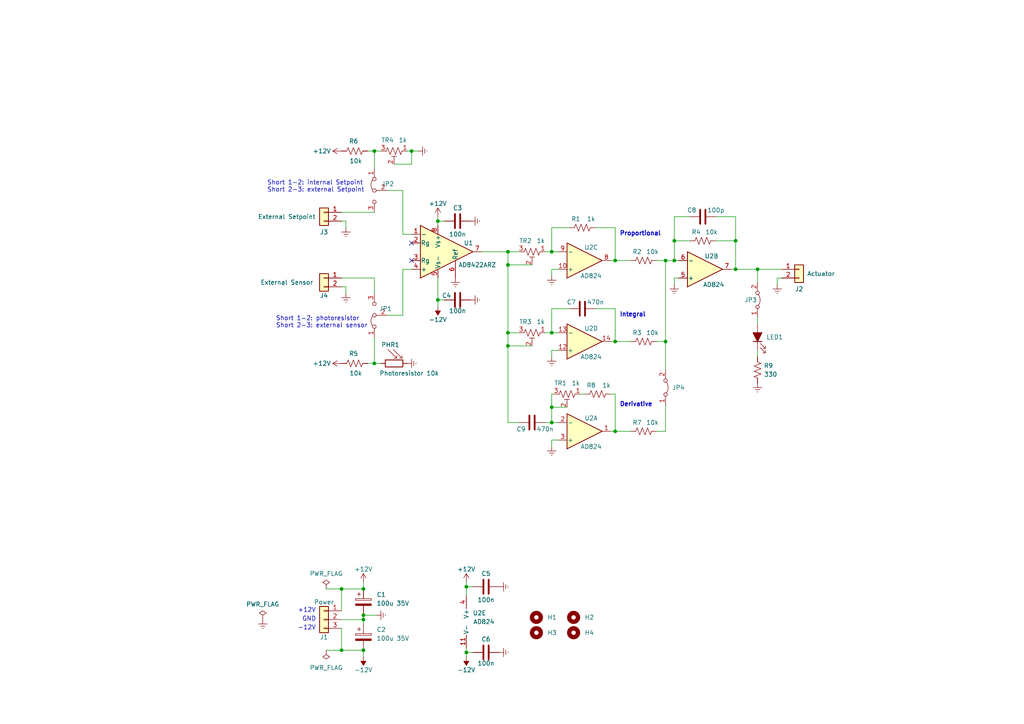
<source format=kicad_sch>
(kicad_sch (version 20230121) (generator eeschema)
  (paper "A4")
  (title_block (title "PI Analog Controller") (date "2024-02-15") (rev "1.0") (company "The ELCIRC 2024's Dream team"))
  (lib_symbols
    (symbol "Amplifier_Instrumentation:AD8422ARZ" (pin_names (offset 0.127))
      (property "Reference" "U" (at 3.556 7.366 0))
      (property "Value" "AD8422ARZ" (at 7.366 5.334 0))
      (symbol "AD8422ARZ_0_1"
        (polyline (pts (xy -5.08 7.62) (xy -5.08 -7.62) (xy 10.16 0) (xy -5.08 7.62)) (stroke (width 0.254)) (fill (type background)))
      )
      (symbol "AD8422ARZ_1_1"
        (pin input line (at -7.62 5.08 0) (length 2.54) (name "-") (number "1"))
        (pin passive line (at -7.62 2.54 0) (length 2.54) (name "Rg") (number "2"))
        (pin passive line (at -7.62 -2.54 0) (length 2.54) (name "Rg") (number "3"))
        (pin input line (at -7.62 -5.08 0) (length 2.54) (name "+") (number "4"))
        (pin power_in line (at 0 -7.62 90) (length 2.54) (name "Vs-") (number "5"))
        (pin passive line (at 5.08 -7.62 90) (length 5.08) (name "Ref") (number "6"))
        (pin output line (at 12.7 0 180) (length 2.54) (name "~") (number "7"))
        (pin power_in line (at 0 7.62 270) (length 2.54) (name "Vs+") (number "8"))
      )
    )
    (symbol "Amplifier_Operational:LM324" (pin_names (offset 0.127))
      (property "Reference" "U" (at 0 5.08 0))
      (property "Value" "LM324" (at 0 -5.08 0))
      (symbol "LM324_1_1"
        (polyline (pts (xy -5.08 5.08) (xy 5.08 0) (xy -5.08 -5.08) (xy -5.08 5.08)) (stroke (width 0.254)) (fill (type background)))
        (pin output line (at 7.62 0 180) (length 2.54) (name "~") (number "1"))
        (pin input line (at -7.62 -2.54 0) (length 2.54) (name "-") (number "2"))
        (pin input line (at -7.62 2.54 0) (length 2.54) (name "+") (number "3"))
      )
      (symbol "LM324_2_1"
        (polyline (pts (xy -5.08 5.08) (xy 5.08 0) (xy -5.08 -5.08) (xy -5.08 5.08)) (stroke (width 0.254)) (fill (type background)))
        (pin input line (at -7.62 2.54 0) (length 2.54) (name "+") (number "5"))
        (pin input line (at -7.62 -2.54 0) (length 2.54) (name "-") (number "6"))
        (pin output line (at 7.62 0 180) (length 2.54) (name "~") (number "7"))
      )
      (symbol "LM324_3_1"
        (polyline (pts (xy -5.08 5.08) (xy 5.08 0) (xy -5.08 -5.08) (xy -5.08 5.08)) (stroke (width 0.254)) (fill (type background)))
        (pin input line (at -7.62 2.54 0) (length 2.54) (name "+") (number "10"))
        (pin output line (at 7.62 0 180) (length 2.54) (name "~") (number "8"))
        (pin input line (at -7.62 -2.54 0) (length 2.54) (name "-") (number "9"))
      )
      (symbol "LM324_4_1"
        (polyline (pts (xy -5.08 5.08) (xy 5.08 0) (xy -5.08 -5.08) (xy -5.08 5.08)) (stroke (width 0.254)) (fill (type background)))
        (pin input line (at -7.62 2.54 0) (length 2.54) (name "+") (number "12"))
        (pin input line (at -7.62 -2.54 0) (length 2.54) (name "-") (number "13"))
        (pin output line (at 7.62 0 180) (length 2.54) (name "~") (number "14"))
      )
      (symbol "LM324_5_1"
        (pin power_in line (at -2.54 -7.62 90) (length 3.81) (name "V-") (number "11"))
        (pin power_in line (at -2.54 7.62 270) (length 3.81) (name "V+") (number "4"))
      )
    )
    (symbol "Connector_Generic:Conn_01x02" (pin_names (offset 1.016) hide)
      (property "Reference" "J" (at 0 2.54 0))
      (property "Value" "Conn_01x02" (at 0 -5.08 0))
      (symbol "Conn_01x02_1_1"
        (rectangle (start -1.27 -2.413) (end 0 -2.667) (stroke (width 0.1524)))
        (rectangle (start -1.27 0.127) (end 0 -0.127) (stroke (width 0.1524)))
        (rectangle (start -1.27 1.27) (end 1.27 -3.81) (stroke (width 0.254)) (fill (type background)))
        (pin passive line (at -5.08 0 0) (length 3.81) (name "Pin_1") (number "1"))
        (pin passive line (at -5.08 -2.54 0) (length 3.81) (name "Pin_2") (number "2"))
      )
    )
    (symbol "Connector_Generic:Conn_01x03" (pin_names (offset 1.016) hide)
      (property "Reference" "J" (at 0 5.08 0))
      (property "Value" "Conn_01x03" (at 0 -5.08 0))
      (symbol "Conn_01x03_1_1"
        (rectangle (start -1.27 -2.413) (end 0 -2.667) (stroke (width 0.1524)))
        (rectangle (start -1.27 0.127) (end 0 -0.127) (stroke (width 0.1524)))
        (rectangle (start -1.27 2.667) (end 0 2.413) (stroke (width 0.1524)))
        (rectangle (start -1.27 3.81) (end 1.27 -3.81) (stroke (width 0.254)) (fill (type background)))
        (pin passive line (at -5.08 2.54 0) (length 3.81) (name "Pin_1") (number "1"))
        (pin passive line (at -5.08 0 0) (length 3.81) (name "Pin_2") (number "2"))
        (pin passive line (at -5.08 -2.54 0) (length 3.81) (name "Pin_3") (number "3"))
      )
    )
    (symbol "Device:C" (pin_numbers hide) (pin_names (offset 0.254))
      (property "Reference" "C" (at 0.635 2.54 0))
      (property "Value" "C" (at 0.635 -2.54 0))
      (symbol "C_0_1"
        (polyline (pts (xy -2.032 -0.762) (xy 2.032 -0.762)) (stroke (width 0.508)))
        (polyline (pts (xy -2.032 0.762) (xy 2.032 0.762)) (stroke (width 0.508)))
      )
      (symbol "C_1_1"
        (pin passive line (at 0 3.81 270) (length 2.794) (name "~") (number "1"))
        (pin passive line (at 0 -3.81 90) (length 2.794) (name "~") (number "2"))
      )
    )
    (symbol "Device:C_Polarized" (pin_numbers hide) (pin_names (offset 0.254))
      (property "Reference" "C" (at 0.635 2.54 0))
      (property "Value" "C_Polarized" (at 0.635 -2.54 0))
      (symbol "C_Polarized_0_1"
        (rectangle (start -2.286 0.508) (end 2.286 1.016))
        (polyline (pts (xy -1.778 2.286) (xy -0.762 2.286)))
        (polyline (pts (xy -1.27 2.794) (xy -1.27 1.778)))
        (rectangle (start 2.286 -0.508) (end -2.286 -1.016) (fill (type outline)))
      )
      (symbol "C_Polarized_1_1"
        (pin passive line (at 0 3.81 270) (length 2.794) (name "~") (number "1"))
        (pin passive line (at 0 -3.81 90) (length 2.794) (name "~") (number "2"))
      )
    )
    (symbol "Device:LED_Filled" (pin_numbers hide) (pin_names (offset 1.016) hide)
      (property "Reference" "D" (at 0 2.54 0))
      (property "Value" "LED_Filled" (at 0 -2.54 0))
      (symbol "LED_Filled_0_1"
        (polyline (pts (xy -1.27 -1.27) (xy -1.27 1.27)) (stroke (width 0.254)))
        (polyline (pts (xy -1.27 0) (xy 1.27 0)))
        (polyline (pts (xy 1.27 -1.27) (xy 1.27 1.27) (xy -1.27 0) (xy 1.27 -1.27)) (stroke (width 0.254)) (fill (type outline)))
        (polyline (pts (xy -3.048 -0.762) (xy -4.572 -2.286) (xy -3.81 -2.286) (xy -4.572 -2.286) (xy -4.572 -1.524)))
        (polyline (pts (xy -1.778 -0.762) (xy -3.302 -2.286) (xy -2.54 -2.286) (xy -3.302 -2.286) (xy -3.302 -1.524)))
      )
      (symbol "LED_Filled_1_1"
        (pin passive line (at -3.81 0 0) (length 2.54) (name "K") (number "1"))
        (pin passive line (at 3.81 0 180) (length 2.54) (name "A") (number "2"))
      )
    )
    (symbol "Device:R_Photo" (pin_numbers hide) (pin_names (offset 0))
      (property "Reference" "R" (at 1.27 1.27 0))
      (property "Value" "R_Photo" (at 1.27 0 0))
      (symbol "R_Photo_0_1"
        (rectangle (start -1.016 2.54) (end 1.016 -2.54) (stroke (width 0.254)))
        (polyline (pts (xy -1.524 -2.286) (xy -4.064 0.254)))
        (polyline (pts (xy -1.524 -2.286) (xy -2.286 -2.286)))
        (polyline (pts (xy -1.524 -2.286) (xy -1.524 -1.524)))
        (polyline (pts (xy -1.524 -0.762) (xy -4.064 1.778)))
        (polyline (pts (xy -1.524 -0.762) (xy -2.286 -0.762)))
        (polyline (pts (xy -1.524 -0.762) (xy -1.524 0)))
      )
      (symbol "R_Photo_1_1"
        (pin passive line (at 0 3.81 270) (length 1.27) (name "~") (number "1"))
        (pin passive line (at 0 -3.81 90) (length 1.27) (name "~") (number "2"))
      )
    )
    (symbol "Device:R_Potentiometer_Trim_US" (pin_names (offset 1.016) hide)
      (property "Reference" "RV" (at -4.445 0 90))
      (property "Value" "R_Potentiometer_Trim_US" (at -2.54 0 90))
      (symbol "R_Potentiometer_Trim_US_0_1"
        (polyline (pts (xy 0 -2.286) (xy 0 -2.54)))
        (polyline (pts (xy 0 2.286) (xy 0 2.54)))
        (polyline (pts (xy 1.524 0.762) (xy 1.524 -0.762)))
        (polyline (pts (xy 2.54 0) (xy 1.524 0)))
        (polyline (pts (xy 0 -0.762) (xy 1.016 -1.143) (xy 0 -1.524) (xy -1.016 -1.905) (xy 0 -2.286)))
        (polyline (pts (xy 0 0.762) (xy 1.016 0.381) (xy 0 0) (xy -1.016 -0.381) (xy 0 -0.762)))
        (polyline (pts (xy 0 2.286) (xy 1.016 1.905) (xy 0 1.524) (xy -1.016 1.143) (xy 0 0.762)))
      )
      (symbol "R_Potentiometer_Trim_US_1_1"
        (pin passive line (at 0 3.81 270) (length 1.27) (name "1") (number "1"))
        (pin passive line (at 3.81 0 180) (length 1.27) (name "2") (number "2"))
        (pin passive line (at 0 -3.81 90) (length 1.27) (name "3") (number "3"))
      )
    )
    (symbol "Device:R_US" (pin_numbers hide) (pin_names (offset 0))
      (property "Reference" "R" (at 2.54 0 90))
      (property "Value" "R_US" (at -2.54 0 90))
      (symbol "R_US_0_1"
        (polyline (pts (xy 0 -2.286) (xy 0 -2.54)))
        (polyline (pts (xy 0 2.286) (xy 0 2.54)))
        (polyline (pts (xy 0 -0.762) (xy 1.016 -1.143) (xy 0 -1.524) (xy -1.016 -1.905) (xy 0 -2.286)))
        (polyline (pts (xy 0 0.762) (xy 1.016 0.381) (xy 0 0) (xy -1.016 -0.381) (xy 0 -0.762)))
        (polyline (pts (xy 0 2.286) (xy 1.016 1.905) (xy 0 1.524) (xy -1.016 1.143) (xy 0 0.762)))
      )
      (symbol "R_US_1_1"
        (pin passive line (at 0 3.81 270) (length 1.27) (name "~") (number "1"))
        (pin passive line (at 0 -3.81 90) (length 1.27) (name "~") (number "2"))
      )
    )
    (symbol "Jumper:Jumper_2_Bridged" (pin_names (offset 0) hide)
      (property "Reference" "JP" (at 0 1.905 0))
      (property "Value" "Jumper_2_Bridged" (at 0 -2.54 0))
      (symbol "Jumper_2_Bridged_0_0"
        (circle (center -2.032 0) (radius 0.508))
        (circle (center 2.032 0) (radius 0.508))
      )
      (symbol "Jumper_2_Bridged_0_1"
        (arc (start 1.524 0.254) (mid 0 0.762) (end -1.524 0.254))
      )
      (symbol "Jumper_2_Bridged_1_1"
        (pin passive line (at -5.08 0 0) (length 2.54) (name "A") (number "1"))
        (pin passive line (at 5.08 0 180) (length 2.54) (name "B") (number "2"))
      )
    )
    (symbol "Jumper:Jumper_3_Bridged12" (pin_names (offset 0) hide)
      (property "Reference" "JP" (at -2.54 -2.54 0))
      (property "Value" "Jumper_3_Bridged12" (at 0 2.794 0))
      (symbol "Jumper_3_Bridged12_0_0"
        (circle (center -3.302 0) (radius 0.508))
        (circle (center 0 0) (radius 0.508))
        (circle (center 3.302 0) (radius 0.508))
      )
      (symbol "Jumper_3_Bridged12_0_1"
        (arc (start -0.254 0.508) (mid -1.651 0.9912) (end -3.048 0.508))
        (polyline (pts (xy 0 -1.27) (xy 0 -0.508)))
      )
      (symbol "Jumper_3_Bridged12_1_1"
        (pin passive line (at -6.35 0 0) (length 2.54) (name "A") (number "1"))
        (pin passive line (at 0 -3.81 90) (length 2.54) (name "C") (number "2"))
        (pin passive line (at 6.35 0 180) (length 2.54) (name "B") (number "3"))
      )
    )
    (symbol "Mechanical:MountingHole" (pin_names (offset 1.016))
      (property "Reference" "H" (at 0 5.08 0))
      (property "Value" "MountingHole" (at 0 3.175 0))
      (symbol "MountingHole_0_1"
        (circle (center 0 0) (radius 1.27) (stroke (width 1.27)))
      )
    )
    (symbol "power:+12V" (power) (pin_names (offset 0))
      (property "Value" "+12V" (at 0 3.556 0))
      (symbol "+12V_0_1"
        (polyline (pts (xy -0.762 1.27) (xy 0 2.54)))
        (polyline (pts (xy 0 0) (xy 0 2.54)))
        (polyline (pts (xy 0 2.54) (xy 0.762 1.27)))
      )
      (symbol "+12V_1_1"
        (pin power_in line (at 0 0 90) (length 0) hide (name "+12V") (number "1"))
      )
    )
    (symbol "power:-12V" (power) (pin_names (offset 0))
      (property "Value" "-12V" (at 0 3.81 0))
      (symbol "-12V_0_0"
        (pin power_in line (at 0 0 90) (length 0) hide (name "-12V") (number "1"))
      )
      (symbol "-12V_0_1"
        (polyline (pts (xy 0 0) (xy 0 1.27) (xy 0.762 1.27) (xy 0 2.54) (xy -0.762 1.27) (xy 0 1.27)) (fill (type outline)))
      )
    )
    (symbol "power:GNDREF" (power) (pin_names (offset 0))
      (property "Value" "GNDREF" (at 0 -3.81 0))
      (symbol "GNDREF_0_1"
        (polyline (pts (xy -0.635 -1.905) (xy 0.635 -1.905)))
        (polyline (pts (xy -0.127 -2.54) (xy 0.127 -2.54)))
        (polyline (pts (xy 0 -1.27) (xy 0 0)))
        (polyline (pts (xy 1.27 -1.27) (xy -1.27 -1.27)))
      )
      (symbol "GNDREF_1_1"
        (pin power_in line (at 0 0 270) (length 0) hide (name "GNDREF") (number "1"))
      )
    )
    (symbol "power:PWR_FLAG" (power) (pin_numbers hide) (pin_names (offset 0) hide)
      (property "Value" "PWR_FLAG" (at 0 3.81 0))
      (symbol "PWR_FLAG_0_0"
        (pin power_out line (at 0 0 90) (length 0) (name "pwr") (number "1"))
      )
      (symbol "PWR_FLAG_0_1"
        (polyline (pts (xy 0 0) (xy 0 1.27) (xy -1.016 1.905) (xy 0 2.54) (xy 1.016 1.905) (xy 0 1.27)))
      )
    )
  )
  (junction (at 160.02 122.555))
  (junction (at 99.06 170.815))
  (junction (at 160.02 96.52))
  (junction (at 147.32 100.33))
  (junction (at 160.02 73.025))
  (junction (at 195.58 75.565))
  (junction (at 105.41 179.705))
  (junction (at 178.435 99.06))
  (junction (at 135.255 189.23))
  (junction (at 213.36 78.105))
  (junction (at 147.32 96.52))
  (junction (at 99.06 188.595))
  (junction (at 193.04 75.565))
  (junction (at 147.32 76.835))
  (junction (at 178.435 75.565))
  (junction (at 108.585 43.815))
  (junction (at 135.255 170.18))
  (junction (at 178.435 125.095))
  (junction (at 147.32 73.025))
  (junction (at 105.41 178.435))
  (junction (at 193.04 99.06))
  (junction (at 105.41 170.815))
  (junction (at 195.58 69.85))
  (junction (at 105.41 188.595))
  (junction (at 160.02 118.11))
  (junction (at 213.36 69.85))
  (junction (at 127 86.995))
  (junction (at 127 64.135))
  (junction (at 219.71 78.105))
  (junction (at 119.38 43.815))
  (junction (at 108.585 105.41))
  (no_connect (at 119.38 70.485))
  (no_connect (at 119.38 75.565))
  (wire (pts (xy 119.38 43.815) (xy 121.285 43.815)))
  (wire (pts (xy 160.02 118.11) (xy 164.465 118.11)))
  (wire (pts (xy 105.41 179.705) (xy 105.41 178.435)))
  (wire (pts (xy 177.165 114.3) (xy 178.435 114.3)))
  (wire (pts (xy 154.305 100.33) (xy 147.32 100.33)))
  (wire (pts (xy 160.02 89.535) (xy 160.02 96.52)))
  (wire (pts (xy 119.38 43.815) (xy 118.11 43.815)))
  (wire (pts (xy 160.02 118.11) (xy 160.02 122.555)))
  (wire (pts (xy 94.615 170.815) (xy 99.06 170.815)))
  (wire (pts (xy 178.435 89.535) (xy 178.435 99.06)))
  (wire (pts (xy 105.41 178.435) (xy 109.22 178.435)))
  (wire (pts (xy 161.925 78.105) (xy 160.02 78.105)))
  (wire (pts (xy 213.36 62.865) (xy 213.36 69.85)))
  (wire (pts (xy 147.32 100.33) (xy 147.32 96.52)))
  (wire (pts (xy 213.36 69.85) (xy 213.36 78.105)))
  (wire (pts (xy 150.495 73.025) (xy 147.32 73.025)))
  (wire (pts (xy 193.04 75.565) (xy 193.04 99.06)))
  (wire (pts (xy 119.38 78.105) (xy 116.84 78.105)))
  (wire (pts (xy 178.435 125.095) (xy 182.88 125.095)))
  (wire (pts (xy 99.06 64.135) (xy 100.33 64.135)))
  (wire (pts (xy 165.1 66.04) (xy 160.02 66.04)))
  (wire (pts (xy 160.02 114.3) (xy 160.655 114.3)))
  (wire (pts (xy 200.025 62.865) (xy 195.58 62.865)))
  (wire (pts (xy 195.58 69.85) (xy 195.58 75.565)))
  (wire (pts (xy 219.71 78.105) (xy 219.71 81.915)))
  (wire (pts (xy 116.84 78.105) (xy 116.84 91.44)))
  (wire (pts (xy 108.585 80.645) (xy 108.585 85.09)))
  (wire (pts (xy 99.06 83.185) (xy 100.33 83.185)))
  (wire (pts (xy 207.645 69.85) (xy 213.36 69.85)))
  (wire (pts (xy 106.68 105.41) (xy 108.585 105.41)))
  (wire (pts (xy 135.255 170.18) (xy 135.255 172.72)))
  (wire (pts (xy 135.255 170.18) (xy 137.16 170.18)))
  (wire (pts (xy 195.58 75.565) (xy 196.85 75.565)))
  (wire (pts (xy 106.68 43.815) (xy 108.585 43.815)))
  (wire (pts (xy 219.71 101.6) (xy 219.71 103.505)))
  (wire (pts (xy 99.06 179.705) (xy 105.41 179.705)))
  (wire (pts (xy 193.04 75.565) (xy 195.58 75.565)))
  (wire (pts (xy 108.585 43.815) (xy 108.585 48.895)))
  (wire (pts (xy 219.71 78.105) (xy 226.695 78.105)))
  (wire (pts (xy 213.36 78.105) (xy 219.71 78.105)))
  (wire (pts (xy 127 86.995) (xy 127 88.9)))
  (wire (pts (xy 160.02 122.555) (xy 161.925 122.555)))
  (wire (pts (xy 168.275 114.3) (xy 169.545 114.3)))
  (wire (pts (xy 147.32 73.025) (xy 147.32 76.835)))
  (wire (pts (xy 150.495 122.555) (xy 147.32 122.555)))
  (wire (pts (xy 178.435 99.06) (xy 182.88 99.06)))
  (wire (pts (xy 99.06 61.595) (xy 108.585 61.595)))
  (wire (pts (xy 207.645 62.865) (xy 213.36 62.865)))
  (wire (pts (xy 161.925 127.635) (xy 160.02 127.635)))
  (wire (pts (xy 200.025 69.85) (xy 195.58 69.85)))
  (wire (pts (xy 105.41 190.5) (xy 105.41 188.595)))
  (wire (pts (xy 160.02 73.025) (xy 161.925 73.025)))
  (wire (pts (xy 160.02 66.04) (xy 160.02 73.025)))
  (wire (pts (xy 105.41 168.91) (xy 105.41 170.815)))
  (wire (pts (xy 127 62.865) (xy 127 64.135)))
  (wire (pts (xy 190.5 75.565) (xy 193.04 75.565)))
  (wire (pts (xy 127 64.135) (xy 127 65.405)))
  (wire (pts (xy 193.04 99.06) (xy 190.5 99.06)))
  (wire (pts (xy 135.255 187.96) (xy 135.255 189.23)))
  (wire (pts (xy 158.115 122.555) (xy 160.02 122.555)))
  (wire (pts (xy 147.32 76.835) (xy 147.32 96.52)))
  (wire (pts (xy 172.72 89.535) (xy 178.435 89.535)))
  (wire (pts (xy 196.85 80.645) (xy 195.58 80.645)))
  (wire (pts (xy 160.02 96.52) (xy 161.925 96.52)))
  (wire (pts (xy 99.06 188.595) (xy 105.41 188.595)))
  (wire (pts (xy 178.435 99.06) (xy 177.165 99.06)))
  (wire (pts (xy 178.435 114.3) (xy 178.435 125.095)))
  (wire (pts (xy 178.435 66.04) (xy 178.435 75.565)))
  (wire (pts (xy 135.255 168.91) (xy 135.255 170.18)))
  (wire (pts (xy 100.33 64.135) (xy 100.33 66.04)))
  (wire (pts (xy 160.02 127.635) (xy 160.02 129.54)))
  (wire (pts (xy 225.425 80.645) (xy 225.425 82.55)))
  (wire (pts (xy 108.585 105.41) (xy 110.49 105.41)))
  (wire (pts (xy 100.33 83.185) (xy 100.33 85.09)))
  (wire (pts (xy 193.04 99.06) (xy 193.04 107.315)))
  (wire (pts (xy 177.165 75.565) (xy 178.435 75.565)))
  (wire (pts (xy 119.38 67.945) (xy 116.84 67.945)))
  (wire (pts (xy 160.02 78.105) (xy 160.02 80.01)))
  (wire (pts (xy 160.02 101.6) (xy 160.02 103.505)))
  (wire (pts (xy 114.3 47.625) (xy 119.38 47.625)))
  (wire (pts (xy 172.72 66.04) (xy 178.435 66.04)))
  (wire (pts (xy 127 64.135) (xy 128.905 64.135)))
  (wire (pts (xy 193.04 117.475) (xy 193.04 125.095)))
  (wire (pts (xy 160.02 114.3) (xy 160.02 118.11)))
  (wire (pts (xy 158.115 73.025) (xy 160.02 73.025)))
  (wire (pts (xy 193.04 125.095) (xy 190.5 125.095)))
  (wire (pts (xy 116.84 91.44) (xy 112.395 91.44)))
  (wire (pts (xy 139.7 73.025) (xy 147.32 73.025)))
  (wire (pts (xy 161.925 101.6) (xy 160.02 101.6)))
  (wire (pts (xy 219.71 92.075) (xy 219.71 93.98)))
  (wire (pts (xy 127 86.995) (xy 128.905 86.995)))
  (wire (pts (xy 94.615 188.595) (xy 99.06 188.595)))
  (wire (pts (xy 178.435 75.565) (xy 182.88 75.565)))
  (wire (pts (xy 108.585 97.79) (xy 108.585 105.41)))
  (wire (pts (xy 165.1 89.535) (xy 160.02 89.535)))
  (wire (pts (xy 147.32 100.33) (xy 147.32 122.555)))
  (wire (pts (xy 127 80.645) (xy 127 86.995)))
  (wire (pts (xy 135.255 189.23) (xy 137.16 189.23)))
  (wire (pts (xy 99.06 182.245) (xy 99.06 188.595)))
  (wire (pts (xy 212.09 78.105) (xy 213.36 78.105)))
  (wire (pts (xy 116.84 67.945) (xy 116.84 55.245)))
  (wire (pts (xy 195.58 62.865) (xy 195.58 69.85)))
  (wire (pts (xy 105.41 179.705) (xy 105.41 180.975)))
  (wire (pts (xy 226.695 80.645) (xy 225.425 80.645)))
  (wire (pts (xy 195.58 80.645) (xy 195.58 82.55)))
  (wire (pts (xy 135.255 189.23) (xy 135.255 190.5)))
  (wire (pts (xy 99.06 170.815) (xy 105.41 170.815)))
  (wire (pts (xy 108.585 43.815) (xy 110.49 43.815)))
  (wire (pts (xy 99.06 80.645) (xy 108.585 80.645)))
  (wire (pts (xy 178.435 125.095) (xy 177.165 125.095)))
  (wire (pts (xy 147.32 96.52) (xy 150.495 96.52)))
  (wire (pts (xy 99.06 177.165) (xy 99.06 170.815)))
  (wire (pts (xy 119.38 47.625) (xy 119.38 43.815)))
  (wire (pts (xy 158.115 96.52) (xy 160.02 96.52)))
  (wire (pts (xy 147.32 76.835) (xy 154.305 76.835)))
  (wire (pts (xy 116.84 55.245) (xy 112.395 55.245)))
  (text "Short 1-2: internal Setpoint\nShort 2-3: external Setpoint" (at 77.47 55.88 0) (effects (font (size 1.27 1.27)) (justify left bottom)))
  (text "Integral" (at 179.705 92.075 0) (effects (font (size 1.27 1.27) bold) (justify left bottom)))
  (text "GND" (at 87.63 180.34 0) (effects (font (size 1.27 1.27)) (justify left bottom)))
  (text "Derivative" (at 179.705 118.11 0) (effects (font (size 1.27 1.27) bold) (justify left bottom)))
  (text "+12V" (at 86.36 177.8 0) (effects (font (size 1.27 1.27)) (justify left bottom)))
  (text "Short 1-2: photoresistor\nShort 2-3: external sensor" (at 80.01 95.25 0) (effects (font (size 1.27 1.27)) (justify left bottom)))
  (text "-12V" (at 86.36 182.88 0) (effects (font (size 1.27 1.27)) (justify left bottom)))
  (text "Proportional" (at 179.705 68.58 0) (effects (font (size 1.27 1.27) (thickness 0.254) bold) (justify left bottom)))
  (symbol (lib_id "power:GNDREF") (at 121.285 43.815 90) (unit 1)
    (property "Reference" "#PWR024" (effects hide))
    (property "Value" "GNDREF" (effects hide))
  )
  (symbol (lib_id "power:GNDREF") (at 160.02 103.505 0) (unit 1)
    (property "Reference" "#PWR017" (effects hide))
    (property "Value" "GNDREF" (effects hide))
  )
  (symbol (lib_id "power:PWR_FLAG") (at 76.2 179.705 0) (unit 1)
    (property "Reference" "#FLG03" (effects hide))
    (property "Value" "PWR_FLAG" (at 76.2 175.26 0))
  )
  (symbol (lib_id "power:GNDREF") (at 160.02 129.54 0) (unit 1)
    (property "Reference" "#PWR010" (effects hide))
    (property "Value" "GNDREF" (effects hide))
  )
  (symbol (lib_id "power:GNDREF") (at 160.02 80.01 0) (unit 1)
    (property "Reference" "#PWR016" (effects hide))
    (property "Value" "GNDREF" (effects hide))
  )
  (symbol (lib_id "Device:C") (at 140.97 189.23 90) (unit 1)
    (property "Reference" "C6" (at 140.97 185.42 90))
    (property "Value" "100n" (at 140.97 192.405 90))
    (property "Footprint" "Capacitor_SMD:C_0805_2012Metric_Pad1.18x1.45mm_HandSolder" (effects hide))
  )
  (symbol (lib_id "power:+12V") (at 127 62.865 0) (unit 1)
    (property "Reference" "#PWR06" (effects hide))
    (property "Value" "+12V" (at 127 59.055 0))
  )
  (symbol (lib_id "Jumper:Jumper_3_Bridged12") (at 108.585 91.44 90) (unit 1)
    (property "Reference" "JP1" (at 113.665 89.535 90) (effects (justify left)))
    (property "Value" "Jumper_3_Bridged12" (effects hide))
    (property "Footprint" "Connector_PinHeader_2.54mm:PinHeader_1x03_P2.54mm_Vertical" (effects hide))
  )
  (symbol (lib_id "Device:C") (at 154.305 122.555 90) (unit 1)
    (property "Reference" "C9" (at 151.13 124.46 90))
    (property "Value" "470n" (at 158.115 124.46 90))
    (property "Footprint" "Capacitor_SMD:C_0805_2012Metric_Pad1.18x1.45mm_HandSolder" (effects hide))
  )
  (symbol (lib_id "Device:C") (at 203.835 62.865 90) (unit 1)
    (property "Reference" "C8" (at 200.66 60.96 90))
    (property "Value" "100p" (at 207.645 60.96 90))
    (property "Footprint" "Capacitor_SMD:C_0805_2012Metric_Pad1.18x1.45mm_HandSolder" (effects hide))
  )
  (symbol (lib_id "Mechanical:MountingHole") (at 155.575 179.07 0) (unit 1)
    (property "Reference" "H1" (at 158.75 179.07 0) (effects (justify left)))
    (property "Value" "MountingHole" (effects hide))
    (property "Footprint" "MountingHole:MountingHole_3.2mm_M3" (effects hide))
  )
  (symbol (lib_id "power:GNDREF") (at 219.71 111.125 0) (unit 1)
    (property "Reference" "#PWR025" (effects hide))
    (property "Value" "GNDREF" (effects hide))
  )
  (symbol (lib_id "power:GNDREF") (at 100.33 66.04 0) (mirror y) (unit 1)
    (property "Reference" "#PWR01" (effects hide))
    (property "Value" "GNDREF" (effects hide))
  )
  (symbol (lib_id "power:PWR_FLAG") (at 94.615 188.595 180) (unit 1)
    (property "Reference" "#FLG02" (effects hide))
    (property "Value" "PWR_FLAG" (at 94.615 193.675 0))
  )
  (symbol (lib_id "Device:R_US") (at 102.87 43.815 270) (unit 1)
    (property "Reference" "R6" (at 102.5525 40.9575 90))
    (property "Value" "10k" (at 103.1875 46.6725 90))
    (property "Footprint" "Resistor_SMD:R_0805_2012Metric_Pad1.20x1.40mm_HandSolder" (effects hide))
  )
  (symbol (lib_id "power:GNDREF") (at 136.525 86.995 90) (unit 1)
    (property "Reference" "#PWR09" (effects hide))
    (property "Value" "GNDREF" (effects hide))
  )
  (symbol (lib_id "Mechanical:MountingHole") (at 155.575 183.515 0) (unit 1)
    (property "Reference" "H3" (at 158.75 183.515 0) (effects (justify left)))
    (property "Value" "MountingHole" (effects hide))
    (property "Footprint" "MountingHole:MountingHole_3.2mm_M3" (effects hide))
  )
  (symbol (lib_id "Connector_Generic:Conn_01x02") (at 93.98 61.595 0) (mirror y) (unit 1)
    (property "Reference" "J3" (at 93.98 67.31 0))
    (property "Value" "External Setpoint" (at 83.185 62.865 0))
    (property "Footprint" "elbatech:conn_TE_282834-2" (effects hide))
    (property "Digikey" "A98333-ND" (effects hide))
    (property "Model" "282834-2" (effects hide))
  )
  (symbol (lib_id "power:GNDREF") (at 118.11 105.41 90) (unit 1)
    (property "Reference" "#PWR020" (effects hide))
    (property "Value" "GNDREF" (effects hide))
  )
  (symbol (lib_id "power:GNDREF") (at 100.33 85.09 0) (mirror y) (unit 1)
    (property "Reference" "#PWR022" (effects hide))
    (property "Value" "GNDREF" (effects hide))
  )
  (symbol (lib_id "Device:R_US") (at 173.355 114.3 90) (unit 1)
    (property "Reference" "R8" (at 171.45 111.76 90))
    (property "Value" "1k" (at 175.895 111.76 90))
    (property "Footprint" "Resistor_SMD:R_0805_2012Metric_Pad1.20x1.40mm_HandSolder" (effects hide))
  )
  (symbol (lib_id "Mechanical:MountingHole") (at 166.37 183.515 0) (unit 1)
    (property "Reference" "H4" (at 169.545 183.515 0) (effects (justify left)))
    (property "Value" "MountingHole" (effects hide))
    (property "Footprint" "MountingHole:MountingHole_3.2mm_M3" (effects hide))
  )
  (symbol (lib_id "Device:R_US") (at 186.69 125.095 90) (unit 1)
    (property "Reference" "R7" (at 184.785 122.555 90))
    (property "Value" "10k" (at 189.23 122.555 90))
    (property "Footprint" "Resistor_SMD:R_0805_2012Metric_Pad1.20x1.40mm_HandSolder" (effects hide))
  )
  (symbol (lib_id "Mechanical:MountingHole") (at 166.37 179.07 0) (unit 1)
    (property "Reference" "H2" (at 169.545 179.07 0) (effects (justify left)))
    (property "Value" "MountingHole" (effects hide))
    (property "Footprint" "MountingHole:MountingHole_3.2mm_M3" (effects hide))
  )
  (symbol (lib_id "Amplifier_Operational:LM324") (at 137.795 180.34 0) (unit 5)
    (property "Reference" "U2" (at 139.065 177.8 0))
    (property "Value" "AD824" (at 140.335 180.34 0))
    (property "Footprint" "Package_SO:SOIC-14_3.9x8.7mm_P1.27mm" (effects hide))
  )
  (symbol (lib_id "power:PWR_FLAG") (at 94.615 170.815 0) (unit 1)
    (property "Reference" "#FLG01" (effects hide))
    (property "Value" "PWR_FLAG" (at 94.615 166.37 0))
  )
  (symbol (lib_id "Amplifier_Operational:LM324") (at 169.545 125.095 0) (mirror x) (unit 1)
    (property "Reference" "U2" (at 171.45 121.285 0))
    (property "Value" "AD824" (at 171.45 129.54 0))
    (property "Footprint" "Package_SO:SOIC-14_3.9x8.7mm_P1.27mm" (effects hide))
  )
  (symbol (lib_id "Device:R_Potentiometer_Trim_US") (at 114.3 43.815 270) (unit 1)
    (property "Reference" "TR4" (at 112.395 40.64 90))
    (property "Value" "1k" (at 116.84 40.64 90))
    (property "Footprint" "Potentiometer_THT:Potentiometer_Bourns_3296W_Vertical" (effects hide))
  )
  (symbol (lib_id "power:GNDREF") (at 225.425 82.55 0) (unit 1)
    (property "Reference" "#PWR019" (effects hide))
    (property "Value" "GNDREF" (effects hide))
  )
  (symbol (lib_id "Device:R_Potentiometer_Trim_US") (at 154.305 73.025 270) (unit 1)
    (property "Reference" "TR2" (at 152.4 69.85 90))
    (property "Value" "1k" (at 156.845 69.85 90))
    (property "Footprint" "Potentiometer_THT:Potentiometer_Bourns_3296W_Vertical" (effects hide))
  )
  (symbol (lib_id "power:+12V") (at 99.06 43.815 90) (unit 1)
    (property "Reference" "#PWR023" (effects hide))
    (property "Value" "+12V" (at 93.345 43.815 90))
  )
  (symbol (lib_id "Amplifier_Instrumentation:AD8422ARZ") (at 127 73.025 0) (unit 1)
    (property "Reference" "U1" (at 135.89 70.485 0))
    (property "Value" "AD8422ARZ" (at 138.43 76.835 0))
    (property "Footprint" "Package_SO:SOIC-8_3.9x4.9mm_P1.27mm" (effects hide))
    (property "Datasheet" "https://www.analog.com/media/en/technical-documentation/data-sheets/AD8422.pdf" (effects hide))
  )
  (symbol (lib_id "power:+12V") (at 105.41 168.91 0) (unit 1)
    (property "Reference" "#PWR04" (effects hide))
    (property "Value" "+12V" (at 105.41 165.1 0))
  )
  (symbol (lib_id "power:-12V") (at 135.255 190.5 180) (unit 1)
    (property "Reference" "#PWR015" (effects hide))
    (property "Value" "-12V" (at 135.255 194.31 0))
  )
  (symbol (lib_id "power:+12V") (at 99.06 105.41 90) (unit 1)
    (property "Reference" "#PWR021" (effects hide))
    (property "Value" "+12V" (at 93.345 105.41 90))
  )
  (symbol (lib_id "Amplifier_Operational:LM324") (at 169.545 75.565 0) (mirror x) (unit 3)
    (property "Reference" "U2" (at 171.45 71.755 0))
    (property "Value" "AD824" (at 171.45 80.01 0))
    (property "Footprint" "Package_SO:SOIC-14_3.9x8.7mm_P1.27mm" (effects hide))
  )
  (symbol (lib_id "Device:LED_Filled") (at 219.71 97.79 90) (unit 1)
    (property "Reference" "LED1" (at 222.25 97.79 90) (effects (justify right)))
    (property "Value" "LED_Filled" (effects hide))
    (property "Footprint" "LED_THT:LED_D5.0mm" (effects hide))
  )
  (symbol (lib_id "Device:R_US") (at 186.69 75.565 90) (unit 1)
    (property "Reference" "R2" (at 184.785 73.025 90))
    (property "Value" "10k" (at 189.23 73.025 90))
    (property "Footprint" "Resistor_SMD:R_0805_2012Metric_Pad1.20x1.40mm_HandSolder" (effects hide))
  )
  (symbol (lib_id "power:GNDREF") (at 136.525 64.135 90) (unit 1)
    (property "Reference" "#PWR08" (effects hide))
    (property "Value" "GNDREF" (effects hide))
  )
  (symbol (lib_id "Device:R_Photo") (at 114.3 105.41 90) (mirror x) (unit 1)
    (property "Reference" "PHR1" (at 115.8875 100.0125 90) (effects (justify left)))
    (property "Value" "Photoresistor 10k" (at 127.3175 108.2675 90) (effects (justify left)))
    (property "Footprint" "elbatech:photoresistor_NSL-5152" (effects hide))
  )
  (symbol (lib_id "Device:R_US") (at 168.91 66.04 90) (unit 1)
    (property "Reference" "R1" (at 167.005 63.5 90))
    (property "Value" "1k" (at 171.45 63.5 90))
    (property "Footprint" "Resistor_SMD:R_0805_2012Metric_Pad1.20x1.40mm_HandSolder" (effects hide))
  )
  (symbol (lib_id "Jumper:Jumper_3_Bridged12") (at 108.585 55.245 90) (mirror x) (unit 1)
    (property "Reference" "JP2" (at 114.3 53.34 90) (effects (justify left)))
    (property "Value" "Jumper_3_Bridged12" (effects hide))
    (property "Footprint" "Connector_PinHeader_2.54mm:PinHeader_1x03_P2.54mm_Vertical" (effects hide))
  )
  (symbol (lib_id "power:-12V") (at 127 88.9 180) (unit 1)
    (property "Reference" "#PWR07" (effects hide))
    (property "Value" "-12V" (at 127 92.71 0))
  )
  (symbol (lib_id "power:GNDREF") (at 76.2 179.705 0) (unit 1)
    (property "Reference" "#PWR011" (effects hide))
    (property "Value" "GNDREF" (effects hide))
  )
  (symbol (lib_id "Connector_Generic:Conn_01x02") (at 93.98 80.645 0) (mirror y) (unit 1)
    (property "Reference" "J4" (at 93.98 85.725 0))
    (property "Value" "External Sensor" (at 83.185 81.915 0))
    (property "Footprint" "elbatech:conn_TE_282834-2" (effects hide))
    (property "Digikey" "A98333-ND" (effects hide))
    (property "Model" "282834-2" (effects hide))
  )
  (symbol (lib_id "Jumper:Jumper_2_Bridged") (at 219.71 86.995 270) (mirror x) (unit 1)
    (property "Reference" "JP3" (at 215.9 86.995 90) (effects (justify left)))
    (property "Value" "Jumper_2_Bridged" (effects hide))
    (property "Footprint" "Connector_PinHeader_2.54mm:PinHeader_1x02_P2.54mm_Vertical" (effects hide))
  )
  (symbol (lib_id "Device:R_US") (at 203.835 69.85 90) (unit 1)
    (property "Reference" "R4" (at 201.93 67.31 90))
    (property "Value" "10k" (at 206.375 67.31 90))
    (property "Footprint" "Resistor_SMD:R_0805_2012Metric_Pad1.20x1.40mm_HandSolder" (effects hide))
  )
  (symbol (lib_id "Device:C") (at 132.715 64.135 90) (unit 1)
    (property "Reference" "C3" (at 132.715 60.325 90))
    (property "Value" "100n" (at 132.715 67.945 90))
    (property "Footprint" "Capacitor_SMD:C_0805_2012Metric_Pad1.18x1.45mm_HandSolder" (effects hide))
  )
  (symbol (lib_id "Jumper:Jumper_2_Bridged") (at 193.04 112.395 270) (mirror x) (unit 1)
    (property "Reference" "JP4" (at 194.945 112.395 90) (effects (justify left)))
    (property "Value" "Jumper_2_Bridged" (effects hide))
    (property "Footprint" "Connector_PinHeader_2.54mm:PinHeader_1x02_P2.54mm_Vertical" (effects hide))
  )
  (symbol (lib_id "Amplifier_Operational:LM324") (at 204.47 78.105 0) (mirror x) (unit 2)
    (property "Reference" "U2" (at 206.375 74.295 0))
    (property "Value" "AD824" (at 207.01 82.55 0))
    (property "Footprint" "Package_SO:SOIC-14_3.9x8.7mm_P1.27mm" (effects hide))
  )
  (symbol (lib_id "Connector_Generic:Conn_01x03") (at 93.98 179.705 0) (mirror y) (unit 1)
    (property "Reference" "J1" (at 93.98 184.785 0))
    (property "Value" "Power" (at 93.98 174.625 0))
    (property "Footprint" "TerminalBlock_Phoenix:TerminalBlock_Phoenix_PT-1,5-3-3.5-H_1x03_P3.50mm_Horizontal" (effects hide))
    (property "Digikey" "A112369-ND" (effects hide))
    (property "Model" "1546551-3" (effects hide))
  )
  (symbol (lib_id "Device:C") (at 168.91 89.535 90) (unit 1)
    (property "Reference" "C7" (at 165.735 87.63 90))
    (property "Value" "470n" (at 172.72 87.63 90))
    (property "Footprint" "Capacitor_SMD:C_0805_2012Metric_Pad1.18x1.45mm_HandSolder" (effects hide))
  )
  (symbol (lib_id "Device:R_US") (at 219.71 107.315 180) (unit 1)
    (property "Reference" "R9" (at 222.885 106.045 0))
    (property "Value" "330" (at 223.52 108.585 0))
    (property "Footprint" "Resistor_SMD:R_0805_2012Metric_Pad1.20x1.40mm_HandSolder" (effects hide))
  )
  (symbol (lib_id "Amplifier_Operational:LM324") (at 169.545 99.06 0) (mirror x) (unit 4)
    (property "Reference" "U2" (at 171.45 95.25 0))
    (property "Value" "AD824" (at 171.45 103.505 0))
    (property "Footprint" "Package_SO:SOIC-14_3.9x8.7mm_P1.27mm" (effects hide))
  )
  (symbol (lib_id "Device:R_US") (at 102.87 105.41 270) (unit 1)
    (property "Reference" "R5" (at 102.5525 102.5525 90))
    (property "Value" "10k" (at 103.1875 108.2675 90))
    (property "Footprint" "Resistor_SMD:R_0805_2012Metric_Pad1.20x1.40mm_HandSolder" (effects hide))
  )
  (symbol (lib_id "Connector_Generic:Conn_01x02") (at 231.775 78.105 0) (unit 1)
    (property "Reference" "J2" (at 231.775 83.82 0))
    (property "Value" "Actuator" (at 238.125 79.375 0))
    (property "Footprint" "elbatech:conn_TE_282834-2" (effects hide))
    (property "Digikey" "A98333-ND" (effects hide))
    (property "Model" "282834-2" (effects hide))
  )
  (symbol (lib_id "power:GNDREF") (at 195.58 82.55 0) (unit 1)
    (property "Reference" "#PWR018" (effects hide))
    (property "Value" "GNDREF" (effects hide))
  )
  (symbol (lib_id "power:-12V") (at 105.41 190.5 180) (unit 1)
    (property "Reference" "#PWR05" (effects hide))
    (property "Value" "-12V" (at 105.41 194.31 0))
  )
  (symbol (lib_id "power:GNDREF") (at 144.78 189.23 90) (unit 1)
    (property "Reference" "#PWR014" (effects hide))
    (property "Value" "GNDREF" (effects hide))
  )
  (symbol (lib_id "Device:C_Polarized") (at 105.41 184.785 0) (unit 1)
    (property "Reference" "C2" (at 109.22 182.626 0) (effects (justify left)))
    (property "Value" "100u 35V" (at 109.22 185.166 0) (effects (justify left)))
    (property "Footprint" "Capacitor_SMD:CP_Elec_6.3x7.7" (effects hide))
  )
  (symbol (lib_id "Device:R_US") (at 186.69 99.06 90) (unit 1)
    (property "Reference" "R3" (at 184.785 96.52 90))
    (property "Value" "10k" (at 189.23 96.52 90))
    (property "Footprint" "Resistor_SMD:R_0805_2012Metric_Pad1.20x1.40mm_HandSolder" (effects hide))
  )
  (symbol (lib_id "Device:R_Potentiometer_Trim_US") (at 164.465 114.3 270) (unit 1)
    (property "Reference" "TR1" (at 162.56 111.125 90))
    (property "Value" "1k" (at 167.005 111.125 90))
    (property "Footprint" "Potentiometer_THT:Potentiometer_Bourns_3296W_Vertical" (effects hide))
  )
  (symbol (lib_id "power:GNDREF") (at 109.22 178.435 90) (unit 1)
    (property "Reference" "#PWR02" (effects hide))
    (property "Value" "GNDREF" (effects hide))
  )
  (symbol (lib_id "power:+12V") (at 135.255 168.91 0) (unit 1)
    (property "Reference" "#PWR012" (effects hide))
    (property "Value" "+12V" (at 135.255 165.1 0))
  )
  (symbol (lib_id "Device:R_Potentiometer_Trim_US") (at 154.305 96.52 270) (unit 1)
    (property "Reference" "TR3" (at 152.4 93.345 90))
    (property "Value" "1k" (at 156.845 93.345 90))
    (property "Footprint" "Potentiometer_THT:Potentiometer_Bourns_3296W_Vertical" (effects hide))
  )
  (symbol (lib_id "power:GNDREF") (at 144.78 170.18 90) (unit 1)
    (property "Reference" "#PWR013" (effects hide))
    (property "Value" "GNDREF" (effects hide))
  )
  (symbol (lib_id "Device:C_Polarized") (at 105.41 174.625 0) (unit 1)
    (property "Reference" "C1" (at 109.22 172.466 0) (effects (justify left)))
    (property "Value" "100u 35V" (at 109.22 175.006 0) (effects (justify left)))
    (property "Footprint" "Capacitor_SMD:CP_Elec_6.3x7.7" (effects hide))
  )
  (symbol (lib_id "Device:C") (at 140.97 170.18 90) (unit 1)
    (property "Reference" "C5" (at 140.97 166.37 90))
    (property "Value" "100n" (at 140.97 173.99 90))
    (property "Footprint" "Capacitor_SMD:C_0805_2012Metric_Pad1.18x1.45mm_HandSolder" (effects hide))
  )
  (symbol (lib_id "Device:C") (at 132.715 86.995 90) (unit 1)
    (property "Reference" "C4" (at 129.54 85.725 90))
    (property "Value" "100n" (at 132.715 90.17 90))
    (property "Footprint" "Capacitor_SMD:C_0805_2012Metric_Pad1.18x1.45mm_HandSolder" (effects hide))
  )
  (symbol (lib_id "power:GNDREF") (at 132.08 80.645 0) (unit 1)
    (property "Reference" "#PWR03" (effects hide))
    (property "Value" "GNDREF" (effects hide))
  )
)
</source>
